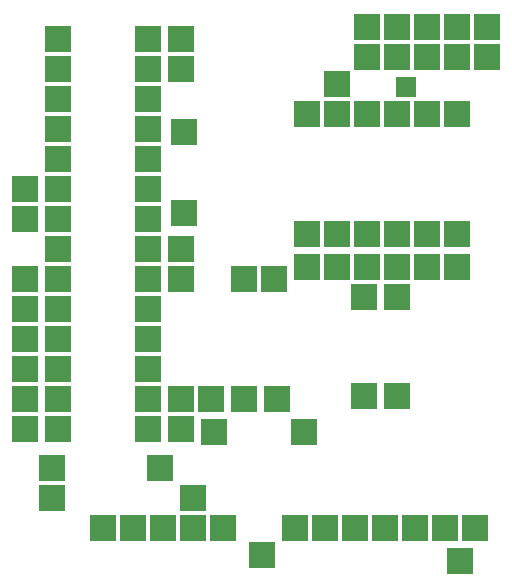
<source format=gbr>
G04 Generated by Ultiboard 13.0 *
%FSLAX34Y34*%
%MOMM*%

%ADD10C,0.0001*%
%ADD11R,2.1844X2.1844*%
%ADD12R,2.2000X2.2000*%
%ADD13R,2.1800X2.1800*%
%ADD14R,2.1996X2.1996*%
%ADD15R,1.6510X1.6510*%


G04 ColorRGB 00FF00 for the following layer *
%LNCopper Top*%
%LPD*%
G54D10*
G54D11*
X294640Y73660D03*
X462280Y68580D03*
X236220Y121920D03*
X116840Y121920D03*
X116840Y147320D03*
X208280Y147320D03*
X254000Y177800D03*
X330200Y177800D03*
X279400Y307340D03*
X279400Y205740D03*
X304800Y307340D03*
X307340Y205740D03*
X381000Y292100D03*
X381000Y208280D03*
X408940Y292100D03*
X408940Y208280D03*
X228600Y363220D03*
X228600Y431800D03*
X358140Y472440D03*
G54D12*
X261620Y96520D03*
X210820Y96520D03*
X185674Y96520D03*
X236220Y96520D03*
X160020Y96520D03*
X474980Y96520D03*
X449580Y96520D03*
X424180Y96520D03*
X398780Y96520D03*
X373380Y96520D03*
X347980Y96520D03*
X322580Y96520D03*
X93980Y180340D03*
X93980Y205740D03*
X93980Y231140D03*
X93980Y256540D03*
X93980Y281940D03*
X93980Y307340D03*
X226060Y180340D03*
X226060Y205740D03*
X251460Y205740D03*
X226060Y332740D03*
X226060Y307340D03*
X434340Y317500D03*
X332740Y317500D03*
X358140Y317500D03*
X383540Y317500D03*
X459740Y317500D03*
X408940Y317500D03*
X93980Y358140D03*
X93980Y383540D03*
X226060Y510540D03*
X226060Y485140D03*
X383540Y495300D03*
X459486Y495300D03*
X434340Y495300D03*
X408940Y495300D03*
X485140Y495300D03*
X459740Y520700D03*
X383540Y520700D03*
X408940Y520700D03*
X434340Y520700D03*
X485140Y520700D03*
G54D13*
X122020Y510540D03*
X122020Y485140D03*
X122020Y459740D03*
X122020Y434340D03*
X122020Y408940D03*
X122020Y383540D03*
X122020Y358140D03*
X122020Y332740D03*
X122020Y307340D03*
X122020Y281940D03*
X122020Y256540D03*
X122020Y231140D03*
X122020Y205740D03*
X122020Y180340D03*
X198020Y510540D03*
X198020Y485140D03*
X198020Y459740D03*
X198020Y434340D03*
X198020Y408940D03*
X198020Y383540D03*
X198020Y358140D03*
X198020Y332740D03*
X198020Y307340D03*
X198020Y281940D03*
X198020Y256540D03*
X198020Y231140D03*
X198020Y205740D03*
X198020Y180340D03*
G54D14*
X408940Y345440D03*
X408940Y447040D03*
X459740Y447040D03*
X434340Y447040D03*
X358140Y447040D03*
X358140Y345440D03*
X434340Y345440D03*
X459740Y345440D03*
X383540Y447040D03*
X383540Y345440D03*
X332740Y447040D03*
X332740Y345440D03*
G54D15*
X416560Y469900D03*

M02*

</source>
